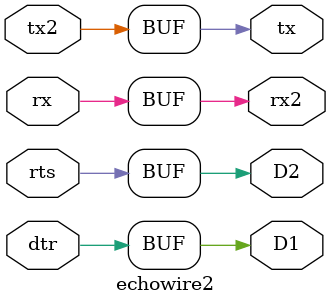
<source format=v>

module echowire2(input wire dtr,
                 input wire rts,
                 input wire rx,
                 input wire tx2,
                 output wire tx,
                 output wire rx2,
                 output wire D1,
                 output wire D2);

//-- Sacar senal dtr y rts por los leds
assign D1 = dtr;
assign D2 = rts;

//-- Sacar señales tx y rx al exterior
assign rx2 = rx;
assign tx = tx2;

endmodule

</source>
